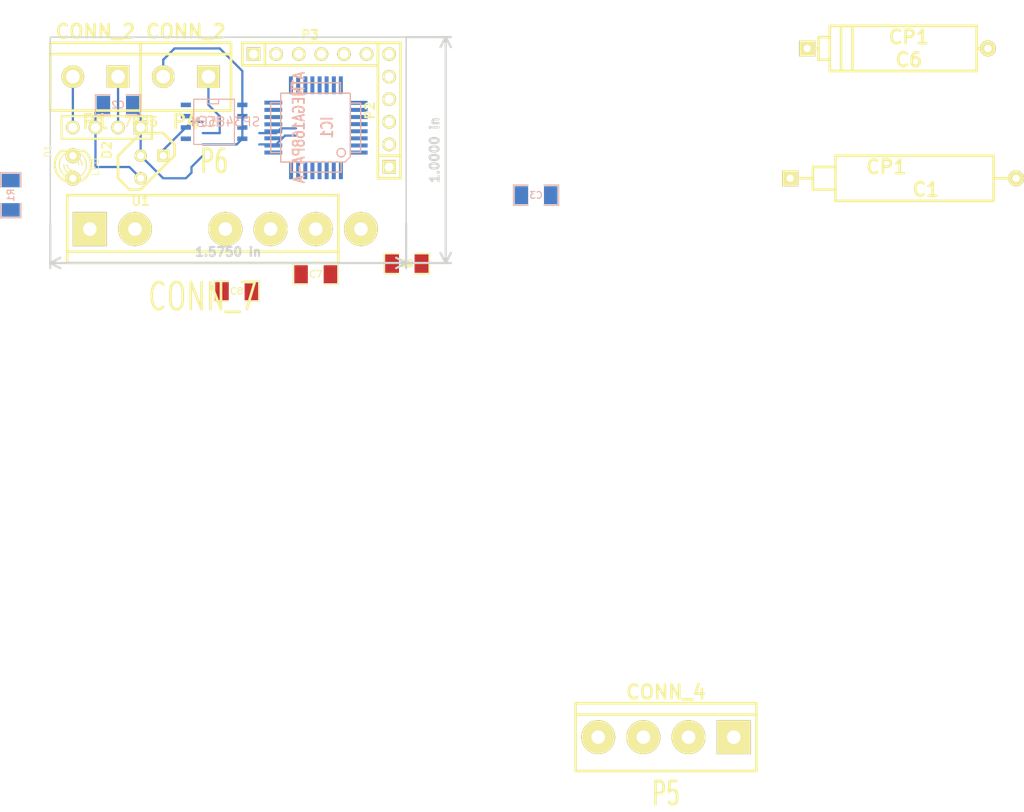
<source format=kicad_pcb>
(kicad_pcb (version 3) (host pcbnew "(2013-dec-23)-stable")

  (general
    (links 61)
    (no_connects 53)
    (area 105.334999 32.944999 145.490001 58.495001)
    (thickness 1.6)
    (drawings 7)
    (tracks 37)
    (zones 0)
    (modules 21)
    (nets 27)
  )

  (page A4)
  (layers
    (15 F.Cu signal)
    (0 B.Cu signal)
    (16 B.Adhes user)
    (17 F.Adhes user)
    (18 B.Paste user)
    (19 F.Paste user)
    (20 B.SilkS user)
    (21 F.SilkS user)
    (22 B.Mask user)
    (23 F.Mask user)
    (24 Dwgs.User user)
    (25 Cmts.User user)
    (26 Eco1.User user)
    (27 Eco2.User user)
    (28 Edge.Cuts user)
  )

  (setup
    (last_trace_width 0.254)
    (trace_clearance 0.254)
    (zone_clearance 0.508)
    (zone_45_only no)
    (trace_min 0.254)
    (segment_width 0.2)
    (edge_width 0.15)
    (via_size 0.889)
    (via_drill 0.635)
    (via_min_size 0.889)
    (via_min_drill 0.508)
    (uvia_size 0.508)
    (uvia_drill 0.127)
    (uvias_allowed no)
    (uvia_min_size 0.508)
    (uvia_min_drill 0.127)
    (pcb_text_width 0.3)
    (pcb_text_size 1 1)
    (mod_edge_width 0.15)
    (mod_text_size 1 1)
    (mod_text_width 0.15)
    (pad_size 1.397 1.397)
    (pad_drill 0.8128)
    (pad_to_mask_clearance 0)
    (aux_axis_origin 0 0)
    (visible_elements FFFFFFBF)
    (pcbplotparams
      (layerselection 3178497)
      (usegerberextensions true)
      (excludeedgelayer true)
      (linewidth 0.150000)
      (plotframeref false)
      (viasonmask false)
      (mode 1)
      (useauxorigin false)
      (hpglpennumber 1)
      (hpglpenspeed 20)
      (hpglpendiameter 15)
      (hpglpenoverlay 2)
      (psnegative false)
      (psa4output false)
      (plotreference true)
      (plotvalue true)
      (plotothertext true)
      (plotinvisibletext false)
      (padsonsilk false)
      (subtractmaskfromsilk false)
      (outputformat 1)
      (mirror false)
      (drillshape 1)
      (scaleselection 1)
      (outputdirectory ""))
  )

  (net 0 "")
  (net 1 GND)
  (net 2 N-000001)
  (net 3 N-0000010)
  (net 4 N-0000011)
  (net 5 N-0000014)
  (net 6 N-0000015)
  (net 7 N-0000016)
  (net 8 N-0000018)
  (net 9 N-0000019)
  (net 10 N-000002)
  (net 11 N-0000020)
  (net 12 N-0000021)
  (net 13 N-000003)
  (net 14 N-0000030)
  (net 15 N-0000031)
  (net 16 N-0000032)
  (net 17 N-0000033)
  (net 18 N-0000034)
  (net 19 N-0000035)
  (net 20 N-000004)
  (net 21 N-000005)
  (net 22 N-000006)
  (net 23 N-000007)
  (net 24 N-000008)
  (net 25 N-000009)
  (net 26 VCC)

  (net_class Default "Это класс цепей по умолчанию."
    (clearance 0.254)
    (trace_width 0.254)
    (via_dia 0.889)
    (via_drill 0.635)
    (uvia_dia 0.508)
    (uvia_drill 0.127)
    (add_net "")
    (add_net GND)
    (add_net N-000001)
    (add_net N-0000010)
    (add_net N-0000011)
    (add_net N-0000014)
    (add_net N-0000015)
    (add_net N-0000016)
    (add_net N-0000018)
    (add_net N-0000019)
    (add_net N-000002)
    (add_net N-0000020)
    (add_net N-0000021)
    (add_net N-000003)
    (add_net N-0000030)
    (add_net N-0000031)
    (add_net N-0000032)
    (add_net N-0000033)
    (add_net N-0000034)
    (add_net N-0000035)
    (add_net N-000004)
    (add_net N-000005)
    (add_net N-000006)
    (add_net N-000007)
    (add_net N-000008)
    (add_net N-000009)
    (add_net VCC)
  )

  (module TQFP32 (layer B.Cu) (tedit 55295CD3) (tstamp 55297E44)
    (at 135.255 43.18 90)
    (path /5529006D)
    (fp_text reference IC1 (at 0 1.27 90) (layer B.SilkS)
      (effects (font (size 1.27 1.016) (thickness 0.2032)) (justify mirror))
    )
    (fp_text value ATMEGA168PA-A (at 0 -1.905 90) (layer B.SilkS)
      (effects (font (size 1.27 1.016) (thickness 0.2032)) (justify mirror))
    )
    (fp_line (start 5.0292 -2.7686) (end 3.8862 -2.7686) (layer B.SilkS) (width 0.1524))
    (fp_line (start 5.0292 2.7686) (end 3.9116 2.7686) (layer B.SilkS) (width 0.1524))
    (fp_line (start 5.0292 -2.7686) (end 5.0292 2.7686) (layer B.SilkS) (width 0.1524))
    (fp_line (start 2.794 -3.9624) (end 2.794 -5.0546) (layer B.SilkS) (width 0.1524))
    (fp_line (start -2.8194 -3.9878) (end -2.8194 -5.0546) (layer B.SilkS) (width 0.1524))
    (fp_line (start -2.8448 -5.0546) (end 2.794 -5.08) (layer B.SilkS) (width 0.1524))
    (fp_line (start -2.794 5.0292) (end 2.7178 5.0546) (layer B.SilkS) (width 0.1524))
    (fp_line (start -3.8862 3.2766) (end -3.8862 -3.9116) (layer B.SilkS) (width 0.1524))
    (fp_line (start 2.7432 5.0292) (end 2.7432 3.9878) (layer B.SilkS) (width 0.1524))
    (fp_line (start -3.2512 3.8862) (end 3.81 3.8862) (layer B.SilkS) (width 0.1524))
    (fp_line (start 3.8608 -3.937) (end 3.8608 3.7846) (layer B.SilkS) (width 0.1524))
    (fp_line (start -3.8862 -3.937) (end 3.7338 -3.937) (layer B.SilkS) (width 0.1524))
    (fp_line (start -5.0292 2.8448) (end -5.0292 -2.794) (layer B.SilkS) (width 0.1524))
    (fp_line (start -5.0292 -2.794) (end -3.8862 -2.794) (layer B.SilkS) (width 0.1524))
    (fp_line (start -3.87604 3.302) (end -3.29184 3.8862) (layer B.SilkS) (width 0.1524))
    (fp_line (start -5.02412 2.8448) (end -3.87604 2.8448) (layer B.SilkS) (width 0.1524))
    (fp_line (start -2.794 3.8862) (end -2.794 5.03428) (layer B.SilkS) (width 0.1524))
    (fp_circle (center -2.83972 2.86004) (end -2.43332 2.60604) (layer B.SilkS) (width 0.1524))
    (pad 8 smd rect (at -4.81584 -2.77622 90) (size 1.99898 0.44958)
      (layers B.Cu B.Paste B.Mask)
      (net 18 N-0000034)
    )
    (pad 7 smd rect (at -4.81584 -1.97612 90) (size 1.99898 0.44958)
      (layers B.Cu B.Paste B.Mask)
      (net 19 N-0000035)
    )
    (pad 6 smd rect (at -4.81584 -1.17602 90) (size 1.99898 0.44958)
      (layers B.Cu B.Paste B.Mask)
      (net 26 VCC)
    )
    (pad 5 smd rect (at -4.81584 -0.37592 90) (size 1.99898 0.44958)
      (layers B.Cu B.Paste B.Mask)
      (net 1 GND)
    )
    (pad 4 smd rect (at -4.81584 0.42418 90) (size 1.99898 0.44958)
      (layers B.Cu B.Paste B.Mask)
      (net 26 VCC)
    )
    (pad 3 smd rect (at -4.81584 1.22428 90) (size 1.99898 0.44958)
      (layers B.Cu B.Paste B.Mask)
      (net 1 GND)
    )
    (pad 2 smd rect (at -4.81584 2.02438 90) (size 1.99898 0.44958)
      (layers B.Cu B.Paste B.Mask)
      (net 12 N-0000021)
    )
    (pad 1 smd rect (at -4.81584 2.82448 90) (size 1.99898 0.44958)
      (layers B.Cu B.Paste B.Mask)
      (net 8 N-0000018)
    )
    (pad 24 smd rect (at 4.7498 2.8194 90) (size 1.99898 0.44958)
      (layers B.Cu B.Paste B.Mask)
      (net 6 N-0000015)
    )
    (pad 17 smd rect (at 4.7498 -2.794 90) (size 1.99898 0.44958)
      (layers B.Cu B.Paste B.Mask)
      (net 4 N-0000011)
    )
    (pad 18 smd rect (at 4.7498 -1.9812 90) (size 1.99898 0.44958)
      (layers B.Cu B.Paste B.Mask)
      (net 26 VCC)
    )
    (pad 19 smd rect (at 4.7498 -1.1684 90) (size 1.99898 0.44958)
      (layers B.Cu B.Paste B.Mask)
    )
    (pad 20 smd rect (at 4.7498 -0.381 90) (size 1.99898 0.44958)
      (layers B.Cu B.Paste B.Mask)
    )
    (pad 21 smd rect (at 4.7498 0.4318 90) (size 1.99898 0.44958)
      (layers B.Cu B.Paste B.Mask)
      (net 1 GND)
    )
    (pad 22 smd rect (at 4.7498 1.2192 90) (size 1.99898 0.44958)
      (layers B.Cu B.Paste B.Mask)
    )
    (pad 23 smd rect (at 4.7498 2.032 90) (size 1.99898 0.44958)
      (layers B.Cu B.Paste B.Mask)
      (net 3 N-0000010)
    )
    (pad 32 smd rect (at -2.82448 4.826 90) (size 0.44958 1.99898)
      (layers B.Cu B.Paste B.Mask)
    )
    (pad 31 smd rect (at -2.02692 4.826 90) (size 0.44958 1.99898)
      (layers B.Cu B.Paste B.Mask)
      (net 20 N-000004)
    )
    (pad 30 smd rect (at -1.22428 4.826 90) (size 0.44958 1.99898)
      (layers B.Cu B.Paste B.Mask)
      (net 24 N-000008)
    )
    (pad 29 smd rect (at -0.42672 4.826 90) (size 0.44958 1.99898)
      (layers B.Cu B.Paste B.Mask)
      (net 5 N-0000014)
    )
    (pad 28 smd rect (at 0.37592 4.826 90) (size 0.44958 1.99898)
      (layers B.Cu B.Paste B.Mask)
    )
    (pad 27 smd rect (at 1.17348 4.826 90) (size 0.44958 1.99898)
      (layers B.Cu B.Paste B.Mask)
    )
    (pad 26 smd rect (at 1.97612 4.826 90) (size 0.44958 1.99898)
      (layers B.Cu B.Paste B.Mask)
    )
    (pad 25 smd rect (at 2.77368 4.826 90) (size 0.44958 1.99898)
      (layers B.Cu B.Paste B.Mask)
    )
    (pad 9 smd rect (at -2.8194 -4.7752 90) (size 0.44958 1.99898)
      (layers B.Cu B.Paste B.Mask)
      (net 2 N-000001)
    )
    (pad 10 smd rect (at -2.032 -4.7752 90) (size 0.44958 1.99898)
      (layers B.Cu B.Paste B.Mask)
      (net 11 N-0000020)
    )
    (pad 11 smd rect (at -1.2192 -4.7752 90) (size 0.44958 1.99898)
      (layers B.Cu B.Paste B.Mask)
      (net 7 N-0000016)
    )
    (pad 12 smd rect (at -0.4318 -4.7752 90) (size 0.44958 1.99898)
      (layers B.Cu B.Paste B.Mask)
      (net 9 N-0000019)
    )
    (pad 13 smd rect (at 0.3556 -4.7752 90) (size 0.44958 1.99898)
      (layers B.Cu B.Paste B.Mask)
      (net 23 N-000007)
    )
    (pad 14 smd rect (at 1.1684 -4.7752 90) (size 0.44958 1.99898)
      (layers B.Cu B.Paste B.Mask)
      (net 22 N-000006)
    )
    (pad 15 smd rect (at 1.9812 -4.7752 90) (size 0.44958 1.99898)
      (layers B.Cu B.Paste B.Mask)
      (net 13 N-000003)
    )
    (pad 16 smd rect (at 2.794 -4.7752 90) (size 0.44958 1.99898)
      (layers B.Cu B.Paste B.Mask)
      (net 25 N-000009)
    )
    (model smd/tqfp32.wrl
      (at (xyz 0 0 0))
      (scale (xyz 1 1 1))
      (rotate (xyz 0 0 0))
    )
  )

  (module SO8N (layer B.Cu) (tedit 55295CFA) (tstamp 55297E0D)
    (at 123.825 42.545 270)
    (descr "Module CMS SOJ 8 pins large")
    (tags "CMS SOJ")
    (path /5529018F)
    (attr smd)
    (fp_text reference IC2 (at 0 0.635 360) (layer B.SilkS)
      (effects (font (size 1.143 1.016) (thickness 0.127)) (justify mirror))
    )
    (fp_text value SP3485EN (at 0 -1.27 360) (layer B.SilkS)
      (effects (font (size 1.016 1.016) (thickness 0.127)) (justify mirror))
    )
    (fp_line (start -2.54 2.286) (end 2.54 2.286) (layer B.SilkS) (width 0.127))
    (fp_line (start 2.54 2.286) (end 2.54 -2.286) (layer B.SilkS) (width 0.127))
    (fp_line (start 2.54 -2.286) (end -2.54 -2.286) (layer B.SilkS) (width 0.127))
    (fp_line (start -2.54 -2.286) (end -2.54 2.286) (layer B.SilkS) (width 0.127))
    (fp_line (start -2.54 0.762) (end -2.032 0.762) (layer B.SilkS) (width 0.127))
    (fp_line (start -2.032 0.762) (end -2.032 -0.508) (layer B.SilkS) (width 0.127))
    (fp_line (start -2.032 -0.508) (end -2.54 -0.508) (layer B.SilkS) (width 0.127))
    (pad 8 smd rect (at -1.905 3.175 270) (size 0.508 1.143)
      (layers B.Cu B.Paste B.Mask)
      (net 26 VCC)
    )
    (pad 7 smd rect (at -0.635 3.175 270) (size 0.508 1.143)
      (layers B.Cu B.Paste B.Mask)
      (net 10 N-000002)
    )
    (pad 6 smd rect (at 0.635 3.175 270) (size 0.508 1.143)
      (layers B.Cu B.Paste B.Mask)
      (net 21 N-000005)
    )
    (pad 5 smd rect (at 1.905 3.175 270) (size 0.508 1.143)
      (layers B.Cu B.Paste B.Mask)
      (net 1 GND)
    )
    (pad 4 smd rect (at 1.905 -3.175 270) (size 0.508 1.143)
      (layers B.Cu B.Paste B.Mask)
      (net 20 N-000004)
    )
    (pad 3 smd rect (at 0.635 -3.175 270) (size 0.508 1.143)
      (layers B.Cu B.Paste B.Mask)
      (net 23 N-000007)
    )
    (pad 2 smd rect (at -0.635 -3.175 270) (size 0.508 1.143)
      (layers B.Cu B.Paste B.Mask)
      (net 22 N-000006)
    )
    (pad 1 smd rect (at -1.905 -3.175 270) (size 0.508 1.143)
      (layers B.Cu B.Paste B.Mask)
      (net 24 N-000008)
    )
    (model smd/cms_so8.wrl
      (at (xyz 0 0 0))
      (scale (xyz 0.5 0.38 0.5))
      (rotate (xyz 0 0 0))
    )
  )

  (module SM1206 (layer B.Cu) (tedit 42806E24) (tstamp 55295077)
    (at 113.03 40.64 180)
    (path /5528FC9A)
    (attr smd)
    (fp_text reference C2 (at 0 0 180) (layer B.SilkS)
      (effects (font (size 0.762 0.762) (thickness 0.127)) (justify mirror))
    )
    (fp_text value C (at 0 0 180) (layer B.SilkS) hide
      (effects (font (size 0.762 0.762) (thickness 0.127)) (justify mirror))
    )
    (fp_line (start -2.54 1.143) (end -2.54 -1.143) (layer B.SilkS) (width 0.127))
    (fp_line (start -2.54 -1.143) (end -0.889 -1.143) (layer B.SilkS) (width 0.127))
    (fp_line (start 0.889 1.143) (end 2.54 1.143) (layer B.SilkS) (width 0.127))
    (fp_line (start 2.54 1.143) (end 2.54 -1.143) (layer B.SilkS) (width 0.127))
    (fp_line (start 2.54 -1.143) (end 0.889 -1.143) (layer B.SilkS) (width 0.127))
    (fp_line (start -0.889 1.143) (end -2.54 1.143) (layer B.SilkS) (width 0.127))
    (pad 1 smd rect (at -1.651 0 180) (size 1.524 2.032)
      (layers B.Cu B.Paste B.Mask)
      (net 1 GND)
    )
    (pad 2 smd rect (at 1.651 0 180) (size 1.524 2.032)
      (layers B.Cu B.Paste B.Mask)
      (net 15 N-0000031)
    )
    (model smd/chip_cms.wrl
      (at (xyz 0 0 0))
      (scale (xyz 0.17 0.16 0.16))
      (rotate (xyz 0 0 0))
    )
  )

  (module SM1206 (layer B.Cu) (tedit 42806E24) (tstamp 55295083)
    (at 160.02 50.8)
    (path /5528FDFC)
    (attr smd)
    (fp_text reference C3 (at 0 0) (layer B.SilkS)
      (effects (font (size 0.762 0.762) (thickness 0.127)) (justify mirror))
    )
    (fp_text value C (at 0 0) (layer B.SilkS) hide
      (effects (font (size 0.762 0.762) (thickness 0.127)) (justify mirror))
    )
    (fp_line (start -2.54 1.143) (end -2.54 -1.143) (layer B.SilkS) (width 0.127))
    (fp_line (start -2.54 -1.143) (end -0.889 -1.143) (layer B.SilkS) (width 0.127))
    (fp_line (start 0.889 1.143) (end 2.54 1.143) (layer B.SilkS) (width 0.127))
    (fp_line (start 2.54 1.143) (end 2.54 -1.143) (layer B.SilkS) (width 0.127))
    (fp_line (start 2.54 -1.143) (end 0.889 -1.143) (layer B.SilkS) (width 0.127))
    (fp_line (start -0.889 1.143) (end -2.54 1.143) (layer B.SilkS) (width 0.127))
    (pad 1 smd rect (at -1.651 0) (size 1.524 2.032)
      (layers B.Cu B.Paste B.Mask)
      (net 1 GND)
    )
    (pad 2 smd rect (at 1.651 0) (size 1.524 2.032)
      (layers B.Cu B.Paste B.Mask)
      (net 26 VCC)
    )
    (model smd/chip_cms.wrl
      (at (xyz 0 0 0))
      (scale (xyz 0.17 0.16 0.16))
      (rotate (xyz 0 0 0))
    )
  )

  (module SM1206 (layer B.Cu) (tedit 42806E24) (tstamp 5529508F)
    (at 100.965 50.8 90)
    (path /5528FE23)
    (attr smd)
    (fp_text reference R1 (at 0 0 90) (layer B.SilkS)
      (effects (font (size 0.762 0.762) (thickness 0.127)) (justify mirror))
    )
    (fp_text value R (at 0 0 90) (layer B.SilkS) hide
      (effects (font (size 0.762 0.762) (thickness 0.127)) (justify mirror))
    )
    (fp_line (start -2.54 1.143) (end -2.54 -1.143) (layer B.SilkS) (width 0.127))
    (fp_line (start -2.54 -1.143) (end -0.889 -1.143) (layer B.SilkS) (width 0.127))
    (fp_line (start 0.889 1.143) (end 2.54 1.143) (layer B.SilkS) (width 0.127))
    (fp_line (start 2.54 1.143) (end 2.54 -1.143) (layer B.SilkS) (width 0.127))
    (fp_line (start 2.54 -1.143) (end 0.889 -1.143) (layer B.SilkS) (width 0.127))
    (fp_line (start -0.889 1.143) (end -2.54 1.143) (layer B.SilkS) (width 0.127))
    (pad 1 smd rect (at -1.651 0 90) (size 1.524 2.032)
      (layers B.Cu B.Paste B.Mask)
      (net 14 N-0000030)
    )
    (pad 2 smd rect (at 1.651 0 90) (size 1.524 2.032)
      (layers B.Cu B.Paste B.Mask)
      (net 26 VCC)
    )
    (model smd/chip_cms.wrl
      (at (xyz 0 0 0))
      (scale (xyz 0.17 0.16 0.16))
      (rotate (xyz 0 0 0))
    )
  )

  (module SM1206 (layer F.Cu) (tedit 42806E24) (tstamp 5529509B)
    (at 126.365 61.595)
    (path /552936C8)
    (attr smd)
    (fp_text reference C8 (at 0 0) (layer F.SilkS)
      (effects (font (size 0.762 0.762) (thickness 0.127)))
    )
    (fp_text value C (at 0 0) (layer F.SilkS) hide
      (effects (font (size 0.762 0.762) (thickness 0.127)))
    )
    (fp_line (start -2.54 -1.143) (end -2.54 1.143) (layer F.SilkS) (width 0.127))
    (fp_line (start -2.54 1.143) (end -0.889 1.143) (layer F.SilkS) (width 0.127))
    (fp_line (start 0.889 -1.143) (end 2.54 -1.143) (layer F.SilkS) (width 0.127))
    (fp_line (start 2.54 -1.143) (end 2.54 1.143) (layer F.SilkS) (width 0.127))
    (fp_line (start 2.54 1.143) (end 0.889 1.143) (layer F.SilkS) (width 0.127))
    (fp_line (start -0.889 -1.143) (end -2.54 -1.143) (layer F.SilkS) (width 0.127))
    (pad 1 smd rect (at -1.651 0) (size 1.524 2.032)
      (layers F.Cu F.Paste F.Mask)
      (net 1 GND)
    )
    (pad 2 smd rect (at 1.651 0) (size 1.524 2.032)
      (layers F.Cu F.Paste F.Mask)
      (net 18 N-0000034)
    )
    (model smd/chip_cms.wrl
      (at (xyz 0 0 0))
      (scale (xyz 0.17 0.16 0.16))
      (rotate (xyz 0 0 0))
    )
  )

  (module SM1206 (layer F.Cu) (tedit 42806E24) (tstamp 552950A7)
    (at 135.255 59.69)
    (path /552936C2)
    (attr smd)
    (fp_text reference C7 (at 0 0) (layer F.SilkS)
      (effects (font (size 0.762 0.762) (thickness 0.127)))
    )
    (fp_text value C (at 0 0) (layer F.SilkS) hide
      (effects (font (size 0.762 0.762) (thickness 0.127)))
    )
    (fp_line (start -2.54 -1.143) (end -2.54 1.143) (layer F.SilkS) (width 0.127))
    (fp_line (start -2.54 1.143) (end -0.889 1.143) (layer F.SilkS) (width 0.127))
    (fp_line (start 0.889 -1.143) (end 2.54 -1.143) (layer F.SilkS) (width 0.127))
    (fp_line (start 2.54 -1.143) (end 2.54 1.143) (layer F.SilkS) (width 0.127))
    (fp_line (start 2.54 1.143) (end 0.889 1.143) (layer F.SilkS) (width 0.127))
    (fp_line (start -0.889 -1.143) (end -2.54 -1.143) (layer F.SilkS) (width 0.127))
    (pad 1 smd rect (at -1.651 0) (size 1.524 2.032)
      (layers F.Cu F.Paste F.Mask)
      (net 1 GND)
    )
    (pad 2 smd rect (at 1.651 0) (size 1.524 2.032)
      (layers F.Cu F.Paste F.Mask)
      (net 19 N-0000035)
    )
    (model smd/chip_cms.wrl
      (at (xyz 0 0 0))
      (scale (xyz 0.17 0.16 0.16))
      (rotate (xyz 0 0 0))
    )
  )

  (module SM1206 (layer F.Cu) (tedit 42806E24) (tstamp 552950B3)
    (at 145.490001 58.500001)
    (path /55291C4F)
    (attr smd)
    (fp_text reference C4 (at 0 0) (layer F.SilkS)
      (effects (font (size 0.762 0.762) (thickness 0.127)))
    )
    (fp_text value C (at 0 0) (layer F.SilkS) hide
      (effects (font (size 0.762 0.762) (thickness 0.127)))
    )
    (fp_line (start -2.54 -1.143) (end -2.54 1.143) (layer F.SilkS) (width 0.127))
    (fp_line (start -2.54 1.143) (end -0.889 1.143) (layer F.SilkS) (width 0.127))
    (fp_line (start 0.889 -1.143) (end 2.54 -1.143) (layer F.SilkS) (width 0.127))
    (fp_line (start 2.54 -1.143) (end 2.54 1.143) (layer F.SilkS) (width 0.127))
    (fp_line (start 2.54 1.143) (end 0.889 1.143) (layer F.SilkS) (width 0.127))
    (fp_line (start -0.889 -1.143) (end -2.54 -1.143) (layer F.SilkS) (width 0.127))
    (pad 1 smd rect (at -1.651 0) (size 1.524 2.032)
      (layers F.Cu F.Paste F.Mask)
      (net 26 VCC)
    )
    (pad 2 smd rect (at 1.651 0) (size 1.524 2.032)
      (layers F.Cu F.Paste F.Mask)
      (net 1 GND)
    )
    (model smd/chip_cms.wrl
      (at (xyz 0 0 0))
      (scale (xyz 0.17 0.16 0.16))
      (rotate (xyz 0 0 0))
    )
  )

  (module SM1206 (layer F.Cu) (tedit 42806E24) (tstamp 552950BF)
    (at 145.490001 58.500001)
    (path /55291C5E)
    (attr smd)
    (fp_text reference C5 (at 0 0) (layer F.SilkS)
      (effects (font (size 0.762 0.762) (thickness 0.127)))
    )
    (fp_text value C (at 0 0) (layer F.SilkS) hide
      (effects (font (size 0.762 0.762) (thickness 0.127)))
    )
    (fp_line (start -2.54 -1.143) (end -2.54 1.143) (layer F.SilkS) (width 0.127))
    (fp_line (start -2.54 1.143) (end -0.889 1.143) (layer F.SilkS) (width 0.127))
    (fp_line (start 0.889 -1.143) (end 2.54 -1.143) (layer F.SilkS) (width 0.127))
    (fp_line (start 2.54 -1.143) (end 2.54 1.143) (layer F.SilkS) (width 0.127))
    (fp_line (start 2.54 1.143) (end 0.889 1.143) (layer F.SilkS) (width 0.127))
    (fp_line (start -0.889 -1.143) (end -2.54 -1.143) (layer F.SilkS) (width 0.127))
    (pad 1 smd rect (at -1.651 0) (size 1.524 2.032)
      (layers F.Cu F.Paste F.Mask)
      (net 26 VCC)
    )
    (pad 2 smd rect (at 1.651 0) (size 1.524 2.032)
      (layers F.Cu F.Paste F.Mask)
      (net 1 GND)
    )
    (model smd/chip_cms.wrl
      (at (xyz 0 0 0))
      (scale (xyz 0.17 0.16 0.16))
      (rotate (xyz 0 0 0))
    )
  )

  (module LED-3MM (layer F.Cu) (tedit 50ADE848) (tstamp 55295102)
    (at 107.95 47.625 90)
    (descr "LED 3mm - Lead pitch 100mil (2,54mm)")
    (tags "LED led 3mm 3MM 100mil 2,54mm")
    (path /5528FE3C)
    (fp_text reference D1 (at 1.778 -2.794 90) (layer F.SilkS)
      (effects (font (size 0.762 0.762) (thickness 0.0889)))
    )
    (fp_text value LED (at 0 2.54 90) (layer F.SilkS)
      (effects (font (size 0.762 0.762) (thickness 0.0889)))
    )
    (fp_line (start 1.8288 1.27) (end 1.8288 -1.27) (layer F.SilkS) (width 0.254))
    (fp_arc (start 0.254 0) (end -1.27 0) (angle 39.8) (layer F.SilkS) (width 0.1524))
    (fp_arc (start 0.254 0) (end -0.88392 1.01092) (angle 41.6) (layer F.SilkS) (width 0.1524))
    (fp_arc (start 0.254 0) (end 1.4097 -0.9906) (angle 40.6) (layer F.SilkS) (width 0.1524))
    (fp_arc (start 0.254 0) (end 1.778 0) (angle 39.8) (layer F.SilkS) (width 0.1524))
    (fp_arc (start 0.254 0) (end 0.254 -1.524) (angle 54.4) (layer F.SilkS) (width 0.1524))
    (fp_arc (start 0.254 0) (end -0.9652 -0.9144) (angle 53.1) (layer F.SilkS) (width 0.1524))
    (fp_arc (start 0.254 0) (end 1.45542 0.93472) (angle 52.1) (layer F.SilkS) (width 0.1524))
    (fp_arc (start 0.254 0) (end 0.254 1.524) (angle 52.1) (layer F.SilkS) (width 0.1524))
    (fp_arc (start 0.254 0) (end -0.381 0) (angle 90) (layer F.SilkS) (width 0.1524))
    (fp_arc (start 0.254 0) (end -0.762 0) (angle 90) (layer F.SilkS) (width 0.1524))
    (fp_arc (start 0.254 0) (end 0.889 0) (angle 90) (layer F.SilkS) (width 0.1524))
    (fp_arc (start 0.254 0) (end 1.27 0) (angle 90) (layer F.SilkS) (width 0.1524))
    (fp_arc (start 0.254 0) (end 0.254 -2.032) (angle 50.1) (layer F.SilkS) (width 0.254))
    (fp_arc (start 0.254 0) (end -1.5367 -0.95504) (angle 61.9) (layer F.SilkS) (width 0.254))
    (fp_arc (start 0.254 0) (end 1.8034 1.31064) (angle 49.7) (layer F.SilkS) (width 0.254))
    (fp_arc (start 0.254 0) (end 0.254 2.032) (angle 60.2) (layer F.SilkS) (width 0.254))
    (fp_arc (start 0.254 0) (end -1.778 0) (angle 28.3) (layer F.SilkS) (width 0.254))
    (fp_arc (start 0.254 0) (end -1.47574 1.06426) (angle 31.6) (layer F.SilkS) (width 0.254))
    (pad 1 thru_hole circle (at -1.27 0 90) (size 1.6764 1.6764) (drill 0.8128)
      (layers *.Cu *.Mask F.SilkS)
      (net 14 N-0000030)
    )
    (pad 2 thru_hole circle (at 1.27 0 90) (size 1.6764 1.6764) (drill 0.8128)
      (layers *.Cu *.Mask F.SilkS)
      (net 1 GND)
    )
    (model discret/leds/led3_vertical_verde.wrl
      (at (xyz 0 0 0))
      (scale (xyz 1 1 1))
      (rotate (xyz 0 0 0))
    )
  )

  (module CP8 (layer F.Cu) (tedit 200000) (tstamp 55295121)
    (at 200.66 34.29)
    (descr "Condensateur polarise")
    (tags CP)
    (path /55291C6D)
    (fp_text reference C6 (at 1.27 1.27) (layer F.SilkS)
      (effects (font (size 1.524 1.524) (thickness 0.3048)))
    )
    (fp_text value CP1 (at 1.27 -1.27) (layer F.SilkS)
      (effects (font (size 1.524 1.524) (thickness 0.3048)))
    )
    (fp_line (start -10.16 0) (end -8.89 0) (layer F.SilkS) (width 0.3048))
    (fp_line (start -7.62 1.27) (end -8.89 1.27) (layer F.SilkS) (width 0.3048))
    (fp_line (start -8.89 1.27) (end -8.89 -1.27) (layer F.SilkS) (width 0.3048))
    (fp_line (start -8.89 -1.27) (end -7.62 -1.27) (layer F.SilkS) (width 0.3048))
    (fp_line (start -7.62 2.54) (end -7.62 -2.54) (layer F.SilkS) (width 0.3048))
    (fp_line (start -7.62 -2.54) (end 8.89 -2.54) (layer F.SilkS) (width 0.3048))
    (fp_line (start 8.89 -2.54) (end 8.89 2.54) (layer F.SilkS) (width 0.3048))
    (fp_line (start 8.89 2.54) (end -7.62 2.54) (layer F.SilkS) (width 0.3048))
    (fp_line (start 8.89 0) (end 10.16 0) (layer F.SilkS) (width 0.3048))
    (fp_line (start -5.08 -2.54) (end -5.08 2.54) (layer F.SilkS) (width 0.3048))
    (fp_line (start -6.35 2.54) (end -6.35 -2.54) (layer F.SilkS) (width 0.3048))
    (pad 1 thru_hole rect (at -10.16 0) (size 1.778 1.778) (drill 0.8128)
      (layers *.Cu *.Mask F.SilkS)
      (net 26 VCC)
    )
    (pad 2 thru_hole circle (at 10.16 0) (size 1.778 1.778) (drill 0.8128)
      (layers *.Cu *.Mask F.SilkS)
      (net 1 GND)
    )
    (model discret/c_pol.wrl
      (at (xyz 0 0 0))
      (scale (xyz 0.8 0.8 0.8))
      (rotate (xyz 0 0 0))
    )
  )

  (module bornier4 (layer F.Cu) (tedit 3EC0ED29) (tstamp 55295163)
    (at 174.625 111.76 180)
    (descr "Bornier d'alimentation 4 pins")
    (tags DEV)
    (path /55294242)
    (fp_text reference P5 (at 0 -6.35 180) (layer F.SilkS)
      (effects (font (size 2.6162 1.59766) (thickness 0.3048)))
    )
    (fp_text value CONN_4 (at 0 5.08 180) (layer F.SilkS)
      (effects (font (size 1.524 1.524) (thickness 0.3048)))
    )
    (fp_line (start -10.16 -3.81) (end -10.16 3.81) (layer F.SilkS) (width 0.3048))
    (fp_line (start 10.16 3.81) (end 10.16 -3.81) (layer F.SilkS) (width 0.3048))
    (fp_line (start 10.16 2.54) (end -10.16 2.54) (layer F.SilkS) (width 0.3048))
    (fp_line (start -10.16 -3.81) (end 10.16 -3.81) (layer F.SilkS) (width 0.3048))
    (fp_line (start -10.16 3.81) (end 10.16 3.81) (layer F.SilkS) (width 0.3048))
    (pad 2 thru_hole circle (at -2.54 0 180) (size 3.81 3.81) (drill 1.524)
      (layers *.Cu *.Mask F.SilkS)
      (net 11 N-0000020)
    )
    (pad 3 thru_hole circle (at 2.54 0 180) (size 3.81 3.81) (drill 1.524)
      (layers *.Cu *.Mask F.SilkS)
      (net 7 N-0000016)
    )
    (pad 1 thru_hole rect (at -7.62 0 180) (size 3.81 3.81) (drill 1.524)
      (layers *.Cu *.Mask F.SilkS)
      (net 2 N-000001)
    )
    (pad 4 thru_hole circle (at 7.62 0 180) (size 3.81 3.81) (drill 1.524)
      (layers *.Cu *.Mask F.SilkS)
      (net 9 N-0000019)
    )
    (model device/bornier_4.wrl
      (at (xyz 0 0 0))
      (scale (xyz 1 1 1))
      (rotate (xyz 0 0 0))
    )
  )

  (module bornier2 (layer F.Cu) (tedit 55295811) (tstamp 5529517B)
    (at 120.65 37.465 180)
    (descr "Bornier d'alimentation 2 pins")
    (tags DEV)
    (path /55291219)
    (fp_text reference P4 (at 0 -5.08 180) (layer F.SilkS)
      (effects (font (size 1.524 1.524) (thickness 0.3048)))
    )
    (fp_text value CONN_2 (at 0 5.08 180) (layer F.SilkS)
      (effects (font (size 1.524 1.524) (thickness 0.3048)))
    )
    (fp_line (start 5.08 2.54) (end -5.08 2.54) (layer F.SilkS) (width 0.3048))
    (fp_line (start 5.08 3.81) (end 5.08 -3.81) (layer F.SilkS) (width 0.3048))
    (fp_line (start 5.08 -3.81) (end -5.08 -3.81) (layer F.SilkS) (width 0.3048))
    (fp_line (start -5.08 -3.81) (end -5.08 3.81) (layer F.SilkS) (width 0.3048))
    (fp_line (start -5.08 3.81) (end 5.08 3.81) (layer F.SilkS) (width 0.3048))
    (pad 2 thru_hole rect (at -2.54 0 180) (size 2.54 2.54) (drill 1.524)
      (layers *.Cu *.Mask F.SilkS)
      (net 10 N-000002)
    )
    (pad 1 thru_hole circle (at 2.54 0 180) (size 2.54 2.54) (drill 1.524)
      (layers *.Cu *.Mask F.SilkS)
      (net 21 N-000005)
    )
    (model device/bornier_2.wrl
      (at (xyz 0 0 0))
      (scale (xyz 1 1 1))
      (rotate (xyz 0 0 0))
    )
  )

  (module bornier2 (layer F.Cu) (tedit 3EC0ED69) (tstamp 55295186)
    (at 110.49 37.465 180)
    (descr "Bornier d'alimentation 2 pins")
    (tags DEV)
    (path /5528FF66)
    (fp_text reference P1 (at 0 -5.08 180) (layer F.SilkS)
      (effects (font (size 1.524 1.524) (thickness 0.3048)))
    )
    (fp_text value CONN_2 (at 0 5.08 180) (layer F.SilkS)
      (effects (font (size 1.524 1.524) (thickness 0.3048)))
    )
    (fp_line (start 5.08 2.54) (end -5.08 2.54) (layer F.SilkS) (width 0.3048))
    (fp_line (start 5.08 3.81) (end 5.08 -3.81) (layer F.SilkS) (width 0.3048))
    (fp_line (start 5.08 -3.81) (end -5.08 -3.81) (layer F.SilkS) (width 0.3048))
    (fp_line (start -5.08 -3.81) (end -5.08 3.81) (layer F.SilkS) (width 0.3048))
    (fp_line (start -5.08 3.81) (end 5.08 3.81) (layer F.SilkS) (width 0.3048))
    (pad 1 thru_hole rect (at -2.54 0 180) (size 2.54 2.54) (drill 1.524)
      (layers *.Cu *.Mask F.SilkS)
      (net 17 N-0000033)
    )
    (pad 2 thru_hole circle (at 2.54 0 180) (size 2.54 2.54) (drill 1.524)
      (layers *.Cu *.Mask F.SilkS)
      (net 16 N-0000032)
    )
    (model device/bornier_2.wrl
      (at (xyz 0 0 0))
      (scale (xyz 1 1 1))
      (rotate (xyz 0 0 0))
    )
  )

  (module CP10 (layer F.Cu) (tedit 200000) (tstamp 552951AF)
    (at 201.295 48.895)
    (descr "Condensateur polarise")
    (tags CP)
    (path /5528FC5B)
    (fp_text reference C1 (at 2.54 1.27) (layer F.SilkS)
      (effects (font (size 1.524 1.524) (thickness 0.3048)))
    )
    (fp_text value CP1 (at -1.905 -1.27) (layer F.SilkS)
      (effects (font (size 1.524 1.524) (thickness 0.3048)))
    )
    (fp_line (start 12.7 0) (end 10.16 0) (layer F.SilkS) (width 0.3048))
    (fp_line (start 10.16 0) (end 10.16 2.54) (layer F.SilkS) (width 0.3048))
    (fp_line (start 10.16 2.54) (end -7.62 2.54) (layer F.SilkS) (width 0.3048))
    (fp_line (start -7.62 2.54) (end -7.62 -2.54) (layer F.SilkS) (width 0.3048))
    (fp_line (start -7.62 -2.54) (end 10.16 -2.54) (layer F.SilkS) (width 0.3048))
    (fp_line (start 10.16 -2.54) (end 10.16 0) (layer F.SilkS) (width 0.3048))
    (fp_line (start -7.62 -1.27) (end -10.16 -1.27) (layer F.SilkS) (width 0.3048))
    (fp_line (start -10.16 -1.27) (end -10.16 1.27) (layer F.SilkS) (width 0.3048))
    (fp_line (start -10.16 1.27) (end -7.62 1.27) (layer F.SilkS) (width 0.3048))
    (fp_line (start -12.7 0) (end -10.16 0) (layer F.SilkS) (width 0.3048))
    (pad 2 thru_hole circle (at 12.7 0) (size 1.778 1.778) (drill 0.8128)
      (layers *.Cu *.Mask F.SilkS)
      (net 1 GND)
    )
    (pad 1 thru_hole rect (at -12.7 0) (size 1.778 1.778) (drill 0.8128)
      (layers *.Cu *.Mask F.SilkS)
      (net 15 N-0000031)
    )
    (model discret/c_pol.wrl
      (at (xyz 0 0 0))
      (scale (xyz 1 1 1))
      (rotate (xyz 0 0 0))
    )
  )

  (module PIN_ARRAY-6X1 (layer F.Cu) (tedit 41402119) (tstamp 55295504)
    (at 143.51 41.275 90)
    (descr "Connecteur 6 pins")
    (tags "CONN DEV")
    (path /552920AA)
    (fp_text reference P2 (at 0 -2.159 90) (layer F.SilkS)
      (effects (font (size 1.016 1.016) (thickness 0.2032)))
    )
    (fp_text value CONN_6 (at 0 2.159 90) (layer F.SilkS) hide
      (effects (font (size 1.016 0.889) (thickness 0.2032)))
    )
    (fp_line (start -7.62 1.27) (end -7.62 -1.27) (layer F.SilkS) (width 0.3048))
    (fp_line (start -7.62 -1.27) (end 7.62 -1.27) (layer F.SilkS) (width 0.3048))
    (fp_line (start 7.62 -1.27) (end 7.62 1.27) (layer F.SilkS) (width 0.3048))
    (fp_line (start 7.62 1.27) (end -7.62 1.27) (layer F.SilkS) (width 0.3048))
    (fp_line (start -5.08 1.27) (end -5.08 -1.27) (layer F.SilkS) (width 0.3048))
    (pad 1 thru_hole rect (at -6.35 0 90) (size 1.524 1.524) (drill 1.016)
      (layers *.Cu *.Mask F.SilkS)
      (net 1 GND)
    )
    (pad 2 thru_hole circle (at -3.81 0 90) (size 1.524 1.524) (drill 1.016)
      (layers *.Cu *.Mask F.SilkS)
      (net 1 GND)
    )
    (pad 3 thru_hole circle (at -1.27 0 90) (size 1.524 1.524) (drill 1.016)
      (layers *.Cu *.Mask F.SilkS)
      (net 1 GND)
    )
    (pad 4 thru_hole circle (at 1.27 0 90) (size 1.524 1.524) (drill 1.016)
      (layers *.Cu *.Mask F.SilkS)
      (net 1 GND)
    )
    (pad 5 thru_hole circle (at 3.81 0 90) (size 1.524 1.524) (drill 1.016)
      (layers *.Cu *.Mask F.SilkS)
      (net 1 GND)
    )
    (pad 6 thru_hole circle (at 6.35 0 90) (size 1.524 1.524) (drill 1.016)
      (layers *.Cu *.Mask F.SilkS)
      (net 1 GND)
    )
    (model pin_array/pins_array_6x1.wrl
      (at (xyz 0 0 0))
      (scale (xyz 1 1 1))
      (rotate (xyz 0 0 0))
    )
  )

  (module PIN_ARRAY_4x1 (layer F.Cu) (tedit 552957E4) (tstamp 55295742)
    (at 111.76 43.18 180)
    (descr "Double rangee de contacts 2 x 5 pins")
    (tags CONN)
    (path /5528FB75)
    (fp_text reference D2 (at 0 -2.54 270) (layer F.SilkS)
      (effects (font (size 1.016 1.016) (thickness 0.2032)))
    )
    (fp_text value BRIDGE (at 0 2.54 180) (layer F.SilkS) hide
      (effects (font (size 1.016 1.016) (thickness 0.2032)))
    )
    (fp_line (start 5.08 1.27) (end -5.08 1.27) (layer F.SilkS) (width 0.254))
    (fp_line (start 5.08 -1.27) (end -5.08 -1.27) (layer F.SilkS) (width 0.254))
    (fp_line (start -5.08 -1.27) (end -5.08 1.27) (layer F.SilkS) (width 0.254))
    (fp_line (start 5.08 1.27) (end 5.08 -1.27) (layer F.SilkS) (width 0.254))
    (pad 1 thru_hole rect (at -3.81 0 180) (size 1.524 1.524) (drill 1.016)
      (layers *.Cu *.Mask F.SilkS)
      (net 1 GND)
    )
    (pad 2 thru_hole circle (at -1.27 0 180) (size 1.524 1.524) (drill 1.016)
      (layers *.Cu *.Mask F.SilkS)
      (net 17 N-0000033)
    )
    (pad 3 thru_hole circle (at 1.27 0 180) (size 1.524 1.524) (drill 1.016)
      (layers *.Cu *.Mask F.SilkS)
      (net 15 N-0000031)
    )
    (pad 4 thru_hole circle (at 3.81 0 180) (size 1.524 1.524) (drill 1.016)
      (layers *.Cu *.Mask F.SilkS)
      (net 16 N-0000032)
    )
    (model pin_array\pins_array_4x1.wrl
      (at (xyz 0 0 0))
      (scale (xyz 1 1 1))
      (rotate (xyz 0 0 0))
    )
  )

  (module bornier6 (layer F.Cu) (tedit 55295BED) (tstamp 55295B9C)
    (at 122.555 54.61)
    (descr "Bornier d'alimentation 4 pins")
    (tags DEV)
    (path /55294EA3)
    (fp_text reference P6 (at 1.27 -7.62) (layer F.SilkS)
      (effects (font (size 2.6162 1.59766) (thickness 0.3048)))
    )
    (fp_text value CONN_7 (at 0 7.62) (layer F.SilkS)
      (effects (font (size 3.05054 2.0955) (thickness 0.3048)))
    )
    (fp_line (start -15.24 -3.81) (end -15.24 3.81) (layer F.SilkS) (width 0.3048))
    (fp_line (start 15.24 3.81) (end 15.24 -3.81) (layer F.SilkS) (width 0.3048))
    (fp_line (start -15.24 2.54) (end 15.24 2.54) (layer F.SilkS) (width 0.3048))
    (fp_line (start -15.24 -3.81) (end 15.24 -3.81) (layer F.SilkS) (width 0.3048))
    (fp_line (start -15.24 3.81) (end 15.24 3.81) (layer F.SilkS) (width 0.3048))
    (pad 2 thru_hole circle (at -7.62 0) (size 3.81 3.81) (drill 1.524)
      (layers *.Cu *.Mask F.SilkS)
      (net 1 GND)
    )
    (pad 7 thru_hole circle (at 17.78 0) (size 3.81 3.81) (drill 1.524)
      (layers *.Cu *.Mask F.SilkS)
      (net 1 GND)
    )
    (pad 1 thru_hole rect (at -12.7 0) (size 3.81 3.81) (drill 1.524)
      (layers *.Cu *.Mask F.SilkS)
      (net 8 N-0000018)
    )
    (pad 4 thru_hole circle (at 2.54 0) (size 3.81 3.81) (drill 1.524)
      (layers *.Cu *.Mask F.SilkS)
      (net 12 N-0000021)
    )
    (pad 5 thru_hole circle (at 7.62 0) (size 3.81 3.81) (drill 1.524)
      (layers *.Cu *.Mask F.SilkS)
      (net 1 GND)
    )
    (pad 6 thru_hole circle (at 12.7 0) (size 3.81 3.81) (drill 1.524)
      (layers *.Cu *.Mask F.SilkS)
      (net 15 N-0000031)
    )
    (model device/bornier_6.wrl
      (at (xyz 0 0 0))
      (scale (xyz 1 1 1))
      (rotate (xyz 0 0 0))
    )
  )

  (module SM1206 (layer F.Cu) (tedit 42806E24) (tstamp 552960B8)
    (at 145.490001 58.500001)
    (path /5529650E)
    (attr smd)
    (fp_text reference R2 (at 0 0) (layer F.SilkS)
      (effects (font (size 0.762 0.762) (thickness 0.127)))
    )
    (fp_text value R (at 0 0) (layer F.SilkS) hide
      (effects (font (size 0.762 0.762) (thickness 0.127)))
    )
    (fp_line (start -2.54 -1.143) (end -2.54 1.143) (layer F.SilkS) (width 0.127))
    (fp_line (start -2.54 1.143) (end -0.889 1.143) (layer F.SilkS) (width 0.127))
    (fp_line (start 0.889 -1.143) (end 2.54 -1.143) (layer F.SilkS) (width 0.127))
    (fp_line (start 2.54 -1.143) (end 2.54 1.143) (layer F.SilkS) (width 0.127))
    (fp_line (start 2.54 1.143) (end 0.889 1.143) (layer F.SilkS) (width 0.127))
    (fp_line (start -0.889 -1.143) (end -2.54 -1.143) (layer F.SilkS) (width 0.127))
    (pad 1 smd rect (at -1.651 0) (size 1.524 2.032)
      (layers F.Cu F.Paste F.Mask)
      (net 5 N-0000014)
    )
    (pad 2 smd rect (at 1.651 0) (size 1.524 2.032)
      (layers F.Cu F.Paste F.Mask)
      (net 26 VCC)
    )
    (model smd/chip_cms.wrl
      (at (xyz 0 0 0))
      (scale (xyz 0.17 0.16 0.16))
      (rotate (xyz 0 0 0))
    )
  )

  (module PIN_ARRAY-6X1 (layer F.Cu) (tedit 41402119) (tstamp 552960C7)
    (at 134.62 34.925)
    (descr "Connecteur 6 pins")
    (tags "CONN DEV")
    (path /55295FCC)
    (fp_text reference P3 (at 0 -2.159) (layer F.SilkS)
      (effects (font (size 1.016 1.016) (thickness 0.2032)))
    )
    (fp_text value CONN_6 (at 0 2.159) (layer F.SilkS) hide
      (effects (font (size 1.016 0.889) (thickness 0.2032)))
    )
    (fp_line (start -7.62 1.27) (end -7.62 -1.27) (layer F.SilkS) (width 0.3048))
    (fp_line (start -7.62 -1.27) (end 7.62 -1.27) (layer F.SilkS) (width 0.3048))
    (fp_line (start 7.62 -1.27) (end 7.62 1.27) (layer F.SilkS) (width 0.3048))
    (fp_line (start 7.62 1.27) (end -7.62 1.27) (layer F.SilkS) (width 0.3048))
    (fp_line (start -5.08 1.27) (end -5.08 -1.27) (layer F.SilkS) (width 0.3048))
    (pad 1 thru_hole rect (at -6.35 0) (size 1.524 1.524) (drill 1.016)
      (layers *.Cu *.Mask F.SilkS)
      (net 13 N-000003)
    )
    (pad 2 thru_hole circle (at -3.81 0) (size 1.524 1.524) (drill 1.016)
      (layers *.Cu *.Mask F.SilkS)
      (net 25 N-000009)
    )
    (pad 3 thru_hole circle (at -1.27 0) (size 1.524 1.524) (drill 1.016)
      (layers *.Cu *.Mask F.SilkS)
      (net 4 N-0000011)
    )
    (pad 4 thru_hole circle (at 1.27 0) (size 1.524 1.524) (drill 1.016)
      (layers *.Cu *.Mask F.SilkS)
      (net 3 N-0000010)
    )
    (pad 5 thru_hole circle (at 3.81 0) (size 1.524 1.524) (drill 1.016)
      (layers *.Cu *.Mask F.SilkS)
      (net 6 N-0000015)
    )
    (pad 6 thru_hole circle (at 6.35 0) (size 1.524 1.524) (drill 1.016)
      (layers *.Cu *.Mask F.SilkS)
      (net 5 N-0000014)
    )
    (model pin_array/pins_array_6x1.wrl
      (at (xyz 0 0 0))
      (scale (xyz 1 1 1))
      (rotate (xyz 0 0 0))
    )
  )

  (module TO92 (layer F.Cu) (tedit 55296622) (tstamp 55296535)
    (at 116.84 47.625)
    (descr "Transistor TO92 brochage type BC237")
    (tags "TR TO92")
    (path /5528FDD5)
    (fp_text reference U1 (at -1.27 3.81) (layer F.SilkS)
      (effects (font (size 1.016 1.016) (thickness 0.2032)))
    )
    (fp_text value 7805 (at -1.27 -5.08) (layer F.SilkS)
      (effects (font (size 1.016 1.016) (thickness 0.2032)))
    )
    (fp_line (start -1.27 2.54) (end 2.54 -1.27) (layer F.SilkS) (width 0.3048))
    (fp_line (start 2.54 -1.27) (end 2.54 -2.54) (layer F.SilkS) (width 0.3048))
    (fp_line (start 2.54 -2.54) (end 1.27 -3.81) (layer F.SilkS) (width 0.3048))
    (fp_line (start 1.27 -3.81) (end -1.27 -3.81) (layer F.SilkS) (width 0.3048))
    (fp_line (start -1.27 -3.81) (end -3.81 -1.27) (layer F.SilkS) (width 0.3048))
    (fp_line (start -3.81 -1.27) (end -3.81 1.27) (layer F.SilkS) (width 0.3048))
    (fp_line (start -3.81 1.27) (end -2.54 2.54) (layer F.SilkS) (width 0.3048))
    (fp_line (start -2.54 2.54) (end -1.27 2.54) (layer F.SilkS) (width 0.3048))
    (pad VO thru_hole rect (at 1.27 -1.27) (size 1.397 1.397) (drill 0.8128)
      (layers *.Cu *.Mask F.SilkS)
      (net 26 VCC)
    )
    (pad GND thru_hole circle (at -1.27 -1.27) (size 1.397 1.397) (drill 0.8128)
      (layers *.Cu *.Mask F.SilkS)
      (net 1 GND)
    )
    (pad VI thru_hole circle (at -1.27 1.27) (size 1.397 1.397) (drill 0.8128)
      (layers *.Cu *.Mask F.SilkS)
      (net 15 N-0000031)
    )
    (model discret/to98.wrl
      (at (xyz 0 0 0))
      (scale (xyz 1 1 1))
      (rotate (xyz 0 0 0))
    )
  )

  (dimension 19.685 (width 0.25) (layer Eco2.User)
    (gr_text "19,685 мм" (at 115.252501 30.115001) (layer Eco2.User)
      (effects (font (size 1 1) (thickness 0.25)))
    )
    (feature1 (pts (xy 125.095 58.42) (xy 125.095001 29.115001)))
    (feature2 (pts (xy 105.41 58.42) (xy 105.410001 29.115001)))
    (crossbar (pts (xy 105.410001 31.115001) (xy 125.095001 31.115001)))
    (arrow1a (pts (xy 125.095001 31.115001) (xy 123.968498 31.701421)))
    (arrow1b (pts (xy 125.095001 31.115001) (xy 123.968498 30.528581)))
    (arrow2a (pts (xy 105.410001 31.115001) (xy 106.536504 31.701421)))
    (arrow2b (pts (xy 105.410001 31.115001) (xy 106.536504 30.528581)))
  )
  (gr_line (start 105.41 58.42) (end 145.415 58.42) (angle 90) (layer Edge.Cuts) (width 0.15))
  (gr_line (start 105.41 33.02) (end 105.41 58.42) (angle 90) (layer Edge.Cuts) (width 0.15))
  (gr_line (start 145.415 33.02) (end 105.41 33.02) (angle 90) (layer Edge.Cuts) (width 0.15))
  (gr_line (start 145.415 58.42) (end 145.415 33.02) (angle 90) (layer Edge.Cuts) (width 0.15))
  (dimension 25.4 (width 0.25) (layer Edge.Cuts)
    (gr_text "25,400 мм" (at 150.86 45.72 90) (layer Edge.Cuts)
      (effects (font (size 1 1) (thickness 0.25)))
    )
    (feature1 (pts (xy 145.415 33.02) (xy 151.86 33.02)))
    (feature2 (pts (xy 145.415 58.42) (xy 151.86 58.42)))
    (crossbar (pts (xy 149.86 58.42) (xy 149.86 33.02)))
    (arrow1a (pts (xy 149.86 33.02) (xy 150.44642 34.146503)))
    (arrow1b (pts (xy 149.86 33.02) (xy 149.27358 34.146503)))
    (arrow2a (pts (xy 149.86 58.42) (xy 150.44642 57.293497)))
    (arrow2b (pts (xy 149.86 58.42) (xy 149.27358 57.293497)))
  )
  (dimension 40.005 (width 0.25) (layer Edge.Cuts)
    (gr_text "40,005 мм" (at 125.4125 59.42) (layer Edge.Cuts)
      (effects (font (size 1 1) (thickness 0.25)))
    )
    (feature1 (pts (xy 145.415 53.975) (xy 145.415 60.42)))
    (feature2 (pts (xy 105.41 53.975) (xy 105.41 60.42)))
    (crossbar (pts (xy 105.41 58.42) (xy 145.415 58.42)))
    (arrow1a (pts (xy 145.415 58.42) (xy 144.288497 59.00642)))
    (arrow1b (pts (xy 145.415 58.42) (xy 144.288497 57.83358)))
    (arrow2a (pts (xy 105.41 58.42) (xy 106.536503 59.00642)))
    (arrow2b (pts (xy 105.41 58.42) (xy 106.536503 57.83358)))
  )

  (segment (start 114.681 40.64) (end 114.681 41.021) (width 0.254) (layer B.Cu) (net 1))
  (segment (start 115.57 41.91) (end 115.57 43.18) (width 0.254) (layer B.Cu) (net 1) (tstamp 552966D1))
  (segment (start 114.681 41.021) (end 115.57 41.91) (width 0.254) (layer B.Cu) (net 1) (tstamp 552966D0))
  (segment (start 115.57 46.355) (end 118.11 48.895) (width 0.254) (layer B.Cu) (net 1))
  (segment (start 121.285 47.625) (end 122.555 46.355) (width 0.254) (layer B.Cu) (net 1) (tstamp 552966AE))
  (segment (start 121.285 48.26) (end 121.285 47.625) (width 0.254) (layer B.Cu) (net 1) (tstamp 552966AD))
  (segment (start 120.65 48.895) (end 121.285 48.26) (width 0.254) (layer B.Cu) (net 1) (tstamp 552966AC))
  (segment (start 118.11 48.895) (end 120.65 48.895) (width 0.254) (layer B.Cu) (net 1) (tstamp 552966AB))
  (segment (start 115.57 46.355) (end 115.57 43.18) (width 0.254) (layer B.Cu) (net 1))
  (segment (start 133.0198 43.2816) (end 131.3434 43.2816) (width 0.254) (layer B.Cu) (net 9))
  (segment (start 131.3434 43.2816) (end 130.81 43.815) (width 0.254) (layer B.Cu) (net 9) (tstamp 55296704))
  (segment (start 130.81 43.815) (end 128.905 43.815) (width 0.254) (layer B.Cu) (net 9) (tstamp 55296705))
  (segment (start 122.555 43.815) (end 124.46 43.815) (width 0.254) (layer B.Cu) (net 10))
  (segment (start 123.19 40.64) (end 123.19 37.465) (width 0.254) (layer B.Cu) (net 10) (tstamp 552966BD))
  (segment (start 124.46 41.91) (end 123.19 40.64) (width 0.254) (layer B.Cu) (net 10) (tstamp 552966BC))
  (segment (start 124.46 43.815) (end 124.46 41.91) (width 0.254) (layer B.Cu) (net 10) (tstamp 552966BB))
  (segment (start 133.0198 44.0944) (end 131.8006 44.0944) (width 0.254) (layer B.Cu) (net 11))
  (segment (start 131.8006 44.0944) (end 130.81 45.085) (width 0.254) (layer B.Cu) (net 11) (tstamp 552966FF))
  (segment (start 130.81 45.085) (end 128.905 45.085) (width 0.254) (layer B.Cu) (net 11) (tstamp 55296701))
  (segment (start 115.57 48.895) (end 114.3 47.625) (width 0.254) (layer B.Cu) (net 15))
  (segment (start 114.3 47.625) (end 112.395 47.625) (width 0.254) (layer B.Cu) (net 15) (tstamp 5529663F))
  (segment (start 110.49 47.625) (end 110.49 43.18) (width 0.254) (layer B.Cu) (net 15) (tstamp 55296641))
  (segment (start 112.395 47.625) (end 110.49 47.625) (width 0.254) (layer B.Cu) (net 15) (tstamp 55296640))
  (segment (start 110.49 43.18) (end 110.49 41.529) (width 0.254) (layer B.Cu) (net 15))
  (segment (start 110.49 41.529) (end 111.379 40.64) (width 0.254) (layer B.Cu) (net 15) (tstamp 55296559))
  (segment (start 107.95 37.465) (end 107.95 43.18) (width 0.254) (layer B.Cu) (net 16))
  (segment (start 113.03 43.18) (end 113.03 37.465) (width 0.254) (layer B.Cu) (net 17))
  (segment (start 126.365 45.085) (end 122.555 45.085) (width 0.254) (layer B.Cu) (net 20) (tstamp 552966C9))
  (segment (start 127 44.45) (end 126.365 45.085) (width 0.254) (layer B.Cu) (net 20) (tstamp 552966C8))
  (segment (start 127 36.83) (end 127 44.45) (width 0.254) (layer B.Cu) (net 20) (tstamp 552966C6))
  (segment (start 124.46 34.29) (end 127 36.83) (width 0.254) (layer B.Cu) (net 20) (tstamp 552966C4))
  (segment (start 119.38 34.29) (end 124.46 34.29) (width 0.254) (layer B.Cu) (net 20) (tstamp 552966C2))
  (segment (start 118.11 35.56) (end 119.38 34.29) (width 0.254) (layer B.Cu) (net 20) (tstamp 552966C0))
  (segment (start 118.11 37.465) (end 118.11 35.56) (width 0.254) (layer B.Cu) (net 21))
  (segment (start 118.11 46.355) (end 118.11 45.72) (width 0.254) (layer B.Cu) (net 26))
  (segment (start 121.285 42.545) (end 122.555 42.545) (width 0.254) (layer B.Cu) (net 26) (tstamp 552966B7))
  (segment (start 118.11 45.72) (end 121.285 42.545) (width 0.254) (layer B.Cu) (net 26) (tstamp 552966B1))

)

</source>
